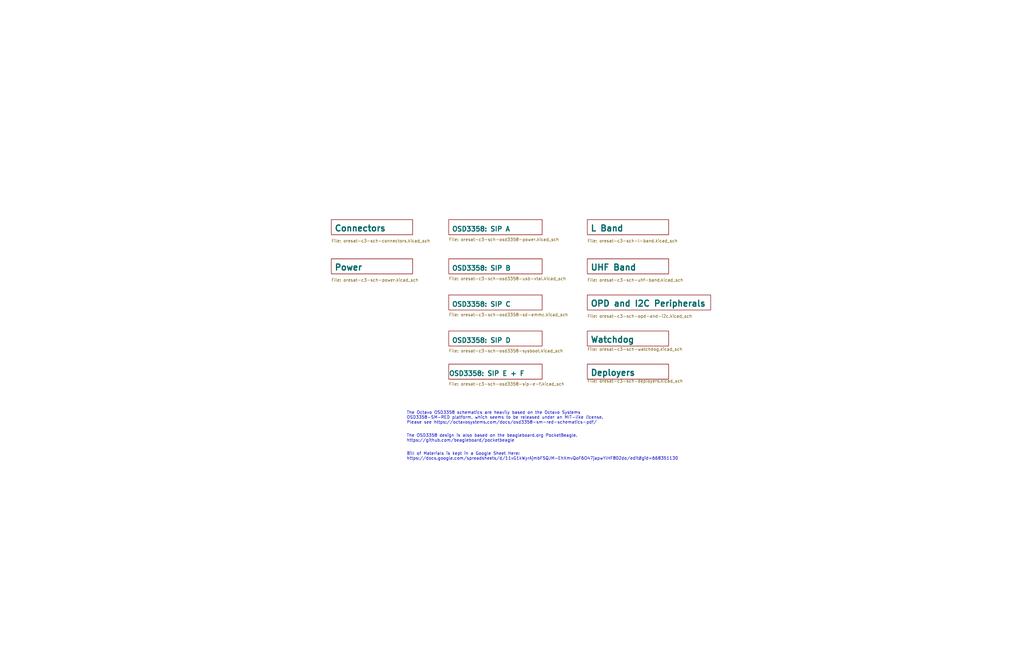
<source format=kicad_sch>
(kicad_sch (version 20230121) (generator eeschema)
  (paper "USLedger")
  (title_block (title "OreSat C3 Root Schematic") (date "2023-05-29") (rev "6.0"))
  (lib_symbols)
  (text "Bill of Materials is kept in a Google Sheet Here:\nhttps://docs.google.com/spreadsheets/d/11vG1kWyrAjmbF5QJM-EhXmvQoF6O47japwYlHF802do/edit#gid=668351130" (at 171.45 194.31 0) (effects (font (size 1.27 1.27)) (justify left bottom)))
  (text "The Octavo OSD3358 schematics are heavily based on the Octavo Systems \nOSD3358-SM-RED platform, which seems to be released under an MIT-like license.\nPlease see https://octavosystems.com/docs/osd3358-sm-red-schematics-pdf/\n" (at 171.45 179.07 0) (effects (font (size 1.27 1.27)) (justify left bottom)))
  (text "The OSD3358 design is also based on the beagleboard.org PocketBeagle.\nhttps://github.com/beagleboard/pocketbeagle" (at 171.45 186.69 0) (effects (font (size 1.27 1.27)) (justify left bottom)))
  (sheet (at 247.65 109.22) (size 34.29 6.35) (stroke (width 0.1524))
    (property "Sheetname" "UHF Band" (at 248.92 114.3 0) (effects (font (size 2.54 2.54) bold) (justify left bottom)))
    (property "Sheetfile" "oresat-c3-sch-uhf-band.kicad_sch" (at 247.65 117.4246 0) (effects (justify left top)))
  )
  (sheet (at 189.23 92.71) (size 39.37 6.35) (stroke (width 0.1524))
    (property "Sheetname" "OSD3358: SIP A" (at 190.5 97.79 0) (effects (font (size 2 2) bold) (justify left bottom)))
    (property "Sheetfile" "oresat-c3-sch-osd3358-power.kicad_sch" (at 189.23 100.33 0) (effects (justify left top)))
  )
  (sheet (at 189.23 139.7) (size 39.37 6.35) (stroke (width 0.1524))
    (property "Sheetname" "OSD3358: SIP D" (at 190.5 144.78 0) (effects (font (size 2 2) bold) (justify left bottom)))
    (property "Sheetfile" "oresat-c3-sch-osd3358-sysboot.kicad_sch" (at 189.23 147.32 0) (effects (justify left top)))
  )
  (sheet (at 189.23 109.22) (size 39.37 6.35) (stroke (width 0.1524))
    (property "Sheetname" "OSD3358: SIP B" (at 190.5 114.3 0) (effects (font (size 2 2) bold) (justify left bottom)))
    (property "Sheetfile" "oresat-c3-sch-osd3358-usb-xtal.kicad_sch" (at 189.23 116.84 0) (effects (justify left top)))
  )
  (sheet (at 247.65 92.71) (size 34.29 6.35) (stroke (width 0.1524))
    (property "Sheetname" "L Band" (at 248.92 97.79 0) (effects (font (size 2.54 2.54) bold) (justify left bottom)))
    (property "Sheetfile" "oresat-c3-sch-l-band.kicad_sch" (at 247.65 100.9146 0) (effects (justify left top)))
  )
  (sheet (at 139.7 109.22) (size 34.29 6.35) (stroke (width 0.1524))
    (property "Sheetname" "Power" (at 140.97 114.3 0) (effects (font (size 2.54 2.54) bold) (justify left bottom)))
    (property "Sheetfile" "oresat-c3-sch-power.kicad_sch" (at 139.7 117.4246 0) (effects (justify left top)))
  )
  (sheet (at 247.65 139.7) (size 34.29 6.35) (stroke (width 0.1524))
    (property "Sheetname" "Watchdog" (at 248.92 144.78 0) (effects (font (size 2.54 2.54) bold) (justify left bottom)))
    (property "Sheetfile" "oresat-c3-sch-watchdog.kicad_sch" (at 247.65 146.6346 0) (effects (justify left top)))
  )
  (sheet (at 247.65 124.46) (size 52.07 6.35) (stroke (width 0.1524))
    (property "Sheetname" "OPD and I2C Peripherals" (at 248.92 129.54 0) (effects (font (size 2.54 2.54) bold) (justify left bottom)))
    (property "Sheetfile" "oresat-c3-sch-opd-and-i2c.kicad_sch" (at 247.65 132.6646 0) (effects (justify left top)))
  )
  (sheet (at 139.7 92.71) (size 34.29 6.35) (stroke (width 0.1524))
    (property "Sheetname" "Connectors" (at 140.97 97.79 0) (effects (font (size 2.54 2.54) bold) (justify left bottom)))
    (property "Sheetfile" "oresat-c3-sch-connectors.kicad_sch" (at 139.7 100.9146 0) (effects (justify left top)))
  )
  (sheet (at 189.23 153.67) (size 39.37 6.35) (stroke (width 0.1524))
    (property "Sheetname" "OSD3358: SIP E + F" (at 189.23 158.75 0) (effects (font (size 2 2) bold) (justify left bottom)))
    (property "Sheetfile" "oresat-c3-sch-osd3358-sip-e-f.kicad_sch" (at 189.23 161.29 0) (effects (justify left top)))
  )
  (sheet (at 189.23 124.46) (size 39.37 6.35) (stroke (width 0.1524))
    (property "Sheetname" "OSD3358: SIP C" (at 190.5 129.54 0) (effects (font (size 2 2) bold) (justify left bottom)))
    (property "Sheetfile" "oresat-c3-sch-osd3358-sd-emmc.kicad_sch" (at 189.23 132.08 0) (effects (justify left top)))
  )
  (sheet (at 247.65 153.67) (size 34.29 6.35) (stroke (width 0.1524))
    (property "Sheetname" "Deployers" (at 248.92 158.75 0) (effects (font (size 2.54 2.54) bold) (justify left bottom)))
    (property "Sheetfile" "oresat-c3-sch-deployers.kicad_sch" (at 247.65 160.02 0) (effects (justify left top)))
  )
)
</source>
